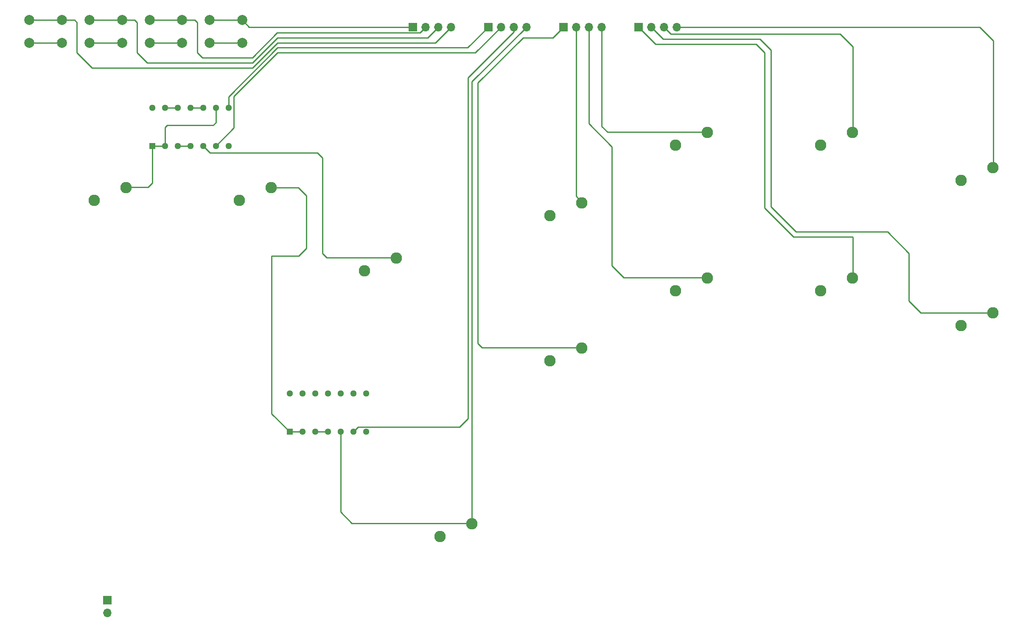
<source format=gbr>
%TF.GenerationSoftware,KiCad,Pcbnew,7.0.2*%
%TF.CreationDate,2023-06-12T14:04:59-07:00*%
%TF.ProjectId,DS5,4453352e-6b69-4636-9164-5f7063625858,rev?*%
%TF.SameCoordinates,Original*%
%TF.FileFunction,Copper,L1,Top*%
%TF.FilePolarity,Positive*%
%FSLAX46Y46*%
G04 Gerber Fmt 4.6, Leading zero omitted, Abs format (unit mm)*
G04 Created by KiCad (PCBNEW 7.0.2) date 2023-06-12 14:04:59*
%MOMM*%
%LPD*%
G01*
G04 APERTURE LIST*
%TA.AperFunction,ComponentPad*%
%ADD10C,2.286000*%
%TD*%
%TA.AperFunction,ComponentPad*%
%ADD11R,1.700000X1.700000*%
%TD*%
%TA.AperFunction,ComponentPad*%
%ADD12O,1.700000X1.700000*%
%TD*%
%TA.AperFunction,ComponentPad*%
%ADD13R,1.295400X1.295400*%
%TD*%
%TA.AperFunction,ComponentPad*%
%ADD14C,1.295400*%
%TD*%
%TA.AperFunction,ComponentPad*%
%ADD15C,2.000000*%
%TD*%
%TA.AperFunction,Conductor*%
%ADD16C,0.250000*%
%TD*%
G04 APERTURE END LIST*
D10*
%TO.P,Triangle,2*%
%TO.N,GND*%
X151400000Y-46460000D03*
%TO.P,Triangle,1*%
%TO.N,/\u25B3*%
X157750000Y-43920000D03*
%TD*%
%TO.P,Square,2*%
%TO.N,GND*%
X126400000Y-60460000D03*
%TO.P,Square,1*%
%TO.N,/\u25A1*%
X132750000Y-57920000D03*
%TD*%
%TO.P,R2,2*%
%TO.N,GND*%
X180400000Y-75460000D03*
%TO.P,R2,1*%
%TO.N,/R2*%
X186750000Y-72920000D03*
%TD*%
%TO.P,R1,1*%
%TO.N,/R1*%
X186750000Y-43920000D03*
%TO.P,R1,2*%
%TO.N,GND*%
X180400000Y-46460000D03*
%TD*%
%TO.P,L2,2*%
%TO.N,GND*%
X208400000Y-82460000D03*
%TO.P,L2,1*%
%TO.N,/L2*%
X214750000Y-79920000D03*
%TD*%
%TO.P,L1,2*%
%TO.N,GND*%
X208400000Y-53460000D03*
%TO.P,L1,1*%
%TO.N,/L1*%
X214750000Y-50920000D03*
%TD*%
%TO.P,DU1,1*%
%TO.N,/Up*%
X110750000Y-121920000D03*
%TO.P,DU1,2*%
%TO.N,GND*%
X104400000Y-124460000D03*
%TD*%
%TO.P,Right,1*%
%TO.N,Net-(Neutral1-2B)*%
X95750000Y-68920000D03*
%TO.P,Right,2*%
%TO.N,GND*%
X89400000Y-71460000D03*
%TD*%
%TO.P,Left,1*%
%TO.N,Net-(Neutral1-1A)*%
X41750000Y-54920000D03*
%TO.P,Left,2*%
%TO.N,GND*%
X35400000Y-57460000D03*
%TD*%
%TO.P,Down,1*%
%TO.N,Net-(UpPrio1-1A)*%
X70750000Y-54920000D03*
%TO.P,Down,2*%
%TO.N,GND*%
X64400000Y-57460000D03*
%TD*%
%TO.P,Cross,2*%
%TO.N,GND*%
X126400000Y-89460000D03*
%TO.P,Cross,1*%
%TO.N,/X*%
X132750000Y-86920000D03*
%TD*%
%TO.P,Circle,1*%
%TO.N,/O*%
X157750000Y-72920000D03*
%TO.P,Circle,2*%
%TO.N,GND*%
X151400000Y-75460000D03*
%TD*%
D11*
%TO.P,Battery,1,+*%
%TO.N,/5V*%
X38100000Y-137160000D03*
D12*
%TO.P,Battery,2,-*%
%TO.N,GND*%
X38100000Y-139700000D03*
%TD*%
D13*
%TO.P,Left+Right,1,1A*%
%TO.N,Net-(Neutral1-1A)*%
X47000000Y-46620000D03*
D14*
%TO.P,Left+Right,2,1B*%
X49540000Y-46620000D03*
%TO.P,Left+Right,3,1Y*%
%TO.N,Net-(Neutral1-1Y)*%
X52080000Y-46620000D03*
%TO.P,Left+Right,4,2A*%
X54620000Y-46620000D03*
%TO.P,Left+Right,5,2B*%
%TO.N,Net-(Neutral1-2B)*%
X57160000Y-46620000D03*
%TO.P,Left+Right,6,2Y*%
%TO.N,/Left*%
X59700000Y-46620000D03*
%TO.P,Left+Right,7,GND*%
%TO.N,GND*%
X62240000Y-46620000D03*
%TO.P,Left+Right,8,3Y*%
%TO.N,/Right*%
X62240000Y-39000000D03*
%TO.P,Left+Right,9,3A*%
%TO.N,Net-(Neutral1-1A)*%
X59700000Y-39000000D03*
%TO.P,Left+Right,10,3B*%
%TO.N,Net-(Neutral1-3B)*%
X57160000Y-39000000D03*
%TO.P,Left+Right,11,4Y*%
X54620000Y-39000000D03*
%TO.P,Left+Right,12,4A*%
%TO.N,Net-(Neutral1-2B)*%
X52080000Y-39000000D03*
%TO.P,Left+Right,13,4B*%
X49540000Y-39000000D03*
%TO.P,Left+Right,14,VCC*%
%TO.N,/5V*%
X47000000Y-39000000D03*
%TD*%
D11*
%TO.P,Shoulder,1,Pin_1*%
%TO.N,/R2*%
X144060000Y-22860000D03*
D12*
%TO.P,Shoulder,2,Pin_2*%
%TO.N,/L2*%
X146600000Y-22860000D03*
%TO.P,Shoulder,3,Pin_3*%
%TO.N,/R1*%
X149140000Y-22860000D03*
%TO.P,Shoulder,4,Pin_4*%
%TO.N,/L1*%
X151680000Y-22860000D03*
%TD*%
%TO.P,DPad1,4,Pin_4*%
%TO.N,/Up*%
X121680000Y-22860000D03*
%TO.P,DPad1,3,Pin_3*%
%TO.N,/Down*%
X119140000Y-22860000D03*
%TO.P,DPad1,2,Pin_2*%
%TO.N,/Left*%
X116600000Y-22860000D03*
D11*
%TO.P,DPad1,1,Pin_1*%
%TO.N,/Right*%
X114060000Y-22860000D03*
%TD*%
D13*
%TO.P,Up+Down,1,1A*%
%TO.N,Net-(UpPrio1-1A)*%
X74460000Y-103620000D03*
D14*
%TO.P,Up+Down,2,1B*%
X77000000Y-103620000D03*
%TO.P,Up+Down,3,1Y*%
%TO.N,Net-(UpPrio1-1Y)*%
X79540000Y-103620000D03*
%TO.P,Up+Down,4,2A*%
X82080000Y-103620000D03*
%TO.P,Up+Down,5,2B*%
%TO.N,/Up*%
X84620000Y-103620000D03*
%TO.P,Up+Down,6,2Y*%
%TO.N,/Down*%
X87160000Y-103620000D03*
%TO.P,Up+Down,7,GND*%
%TO.N,GND*%
X89700000Y-103620000D03*
%TO.P,Up+Down,8,3Y*%
%TO.N,unconnected-(UpPrio1-3Y-Pad8)*%
X89700000Y-96000000D03*
%TO.P,Up+Down,9,3A*%
%TO.N,unconnected-(UpPrio1-3A-Pad9)*%
X87160000Y-96000000D03*
%TO.P,Up+Down,10,3B*%
%TO.N,unconnected-(UpPrio1-3B-Pad10)*%
X84620000Y-96000000D03*
%TO.P,Up+Down,11,4Y*%
%TO.N,unconnected-(UpPrio1-4Y-Pad11)*%
X82080000Y-96000000D03*
%TO.P,Up+Down,12,4A*%
%TO.N,unconnected-(UpPrio1-4A-Pad12)*%
X79540000Y-96000000D03*
%TO.P,Up+Down,13,4B*%
%TO.N,unconnected-(UpPrio1-4B-Pad13)*%
X77000000Y-96000000D03*
%TO.P,Up+Down,14,VCC*%
%TO.N,/5V*%
X74460000Y-96000000D03*
%TD*%
D15*
%TO.P,SHARE1,1*%
%TO.N,/Share*%
X46500000Y-21500000D03*
X53000000Y-21500000D03*
%TO.P,SHARE1,2*%
%TO.N,GND*%
X46500000Y-26000000D03*
X53000000Y-26000000D03*
%TD*%
%TO.P,TOUCH1,1*%
%TO.N,/Touch*%
X58500000Y-21500000D03*
X65000000Y-21500000D03*
%TO.P,TOUCH1,2*%
%TO.N,GND*%
X58500000Y-26000000D03*
X65000000Y-26000000D03*
%TD*%
%TO.P,OPTION1,1*%
%TO.N,/Option*%
X34500000Y-21500000D03*
X41000000Y-21500000D03*
%TO.P,OPTION1,2*%
%TO.N,GND*%
X34500000Y-26000000D03*
X41000000Y-26000000D03*
%TD*%
D11*
%TO.P,Face,1,Pin_1*%
%TO.N,/X*%
X129060000Y-22860000D03*
D12*
%TO.P,Face,2,Pin_2*%
%TO.N,/\u25A1*%
X131600000Y-22860000D03*
%TO.P,Face,3,Pin_3*%
%TO.N,/O*%
X134140000Y-22860000D03*
%TO.P,Face,4,Pin_4*%
%TO.N,/\u25B3*%
X136680000Y-22860000D03*
%TD*%
D15*
%TO.P,PS1,1*%
%TO.N,/PS*%
X22500000Y-21500000D03*
X29000000Y-21500000D03*
%TO.P,PS1,2*%
%TO.N,GND*%
X22500000Y-26000000D03*
X29000000Y-26000000D03*
%TD*%
D11*
%TO.P,Side,1,Pin_1*%
%TO.N,/Touch*%
X99060000Y-22860000D03*
D12*
%TO.P,Side,2,Pin_2*%
%TO.N,/Share*%
X101600000Y-22860000D03*
%TO.P,Side,3,Pin_3*%
%TO.N,/Option*%
X104140000Y-22860000D03*
%TO.P,Side,4,Pin_4*%
%TO.N,/PS*%
X106680000Y-22860000D03*
%TD*%
D16*
%TO.N,Net-(UpPrio1-1A)*%
X77750000Y-67000000D02*
X76250000Y-68500000D01*
X76170000Y-54920000D02*
X77750000Y-56500000D01*
X77750000Y-56500000D02*
X77750000Y-67000000D01*
X70750000Y-54920000D02*
X76170000Y-54920000D01*
X76250000Y-68500000D02*
X70830918Y-68500000D01*
X70830918Y-68500000D02*
X70830918Y-99990918D01*
%TO.N,Net-(Neutral1-1A)*%
X41830918Y-54852313D02*
X46147687Y-54852313D01*
X46147687Y-54852313D02*
X47000000Y-54000000D01*
%TO.N,GND*%
X46500000Y-26000000D02*
X53000000Y-26000000D01*
X22500000Y-26000000D02*
X29000000Y-26000000D01*
X34500000Y-26000000D02*
X41000000Y-26000000D01*
X58500000Y-26000000D02*
X65000000Y-26000000D01*
%TO.N,/Up*%
X110830918Y-121852313D02*
X110830918Y-33709082D01*
X84620000Y-103620000D02*
X84620000Y-119620000D01*
X84620000Y-119620000D02*
X86852313Y-121852313D01*
X110830918Y-33709082D02*
X121680000Y-22860000D01*
X86852313Y-121852313D02*
X110830918Y-121852313D01*
%TO.N,/Down*%
X110000000Y-101000000D02*
X110000000Y-33000000D01*
X88132700Y-102647300D02*
X108352700Y-102647300D01*
X87160000Y-103620000D02*
X88132700Y-102647300D01*
X119140000Y-23860000D02*
X119140000Y-22860000D01*
X108352700Y-102647300D02*
X110000000Y-101000000D01*
X110000000Y-33000000D02*
X119140000Y-23860000D01*
%TO.N,/Left*%
X63318198Y-36681802D02*
X72000000Y-28000000D01*
X59700000Y-46620000D02*
X63318198Y-43001802D01*
X72000000Y-28000000D02*
X111460000Y-28000000D01*
X111460000Y-28000000D02*
X116600000Y-22860000D01*
X63318198Y-43001802D02*
X63318198Y-36681802D01*
%TO.N,/Right*%
X72000000Y-27000000D02*
X62240000Y-36760000D01*
X62240000Y-37240000D02*
X62240000Y-39000000D01*
X62240000Y-36760000D02*
X62240000Y-37240000D01*
X114060000Y-22860000D02*
X109920000Y-27000000D01*
X109920000Y-27000000D02*
X72000000Y-27000000D01*
%TO.N,Net-(UpPrio1-1A)*%
X74460000Y-103620000D02*
X77000000Y-103620000D01*
X70830918Y-99990918D02*
X74460000Y-103620000D01*
%TO.N,Net-(Neutral1-1A)*%
X47000000Y-54000000D02*
X47000000Y-46620000D01*
X59700000Y-41960000D02*
X59180000Y-42480000D01*
X47000000Y-46620000D02*
X49540000Y-46620000D01*
X59700000Y-39000000D02*
X59700000Y-41960000D01*
X49980000Y-42480000D02*
X49540000Y-42920000D01*
X59180000Y-42480000D02*
X49980000Y-42480000D01*
X49540000Y-42920000D02*
X49540000Y-46620000D01*
%TO.N,Net-(Neutral1-2B)*%
X81000000Y-68000000D02*
X81000000Y-49000000D01*
X58540000Y-48000000D02*
X57160000Y-46620000D01*
X81000000Y-49000000D02*
X80000000Y-48000000D01*
X81852313Y-68852313D02*
X81000000Y-68000000D01*
X49540000Y-39000000D02*
X52080000Y-39000000D01*
X95830918Y-68852313D02*
X81852313Y-68852313D01*
X80000000Y-48000000D02*
X58540000Y-48000000D01*
%TO.N,Net-(Neutral1-1Y)*%
X52080000Y-46620000D02*
X54620000Y-46620000D01*
%TO.N,Net-(Neutral1-3B)*%
X54620000Y-39000000D02*
X57160000Y-39000000D01*
%TO.N,Net-(UpPrio1-1Y)*%
X79540000Y-103620000D02*
X82080000Y-103620000D01*
%TO.N,/O*%
X138750000Y-70500000D02*
X141102313Y-72852313D01*
X138750000Y-46750000D02*
X138750000Y-70500000D01*
X134140000Y-22860000D02*
X134140000Y-42140000D01*
X134140000Y-42140000D02*
X138750000Y-46750000D01*
X141102313Y-72852313D02*
X157830918Y-72852313D01*
%TO.N,/X*%
X132830918Y-86852313D02*
X112852313Y-86852313D01*
X112000000Y-86000000D02*
X112000000Y-34000000D01*
X112000000Y-34000000D02*
X121000000Y-25000000D01*
X121000000Y-25000000D02*
X126920000Y-25000000D01*
X126920000Y-25000000D02*
X129060000Y-22860000D01*
X112852313Y-86852313D02*
X112000000Y-86000000D01*
%TO.N,/\u25B3*%
X136680000Y-42680000D02*
X137852313Y-43852313D01*
X136680000Y-22860000D02*
X136680000Y-42680000D01*
X137852313Y-43852313D02*
X157830918Y-43852313D01*
%TO.N,/\u25A1*%
X131600000Y-56621395D02*
X132830918Y-57852313D01*
X131600000Y-22860000D02*
X131600000Y-56621395D01*
%TO.N,/L1*%
X151680000Y-22860000D02*
X212110000Y-22860000D01*
X212110000Y-22860000D02*
X214830918Y-25580918D01*
X214830918Y-25580918D02*
X214830918Y-50852313D01*
%TO.N,/L2*%
X148990000Y-25250000D02*
X168250000Y-25250000D01*
X175500000Y-63750000D02*
X193750000Y-63750000D01*
X168250000Y-25250000D02*
X170500000Y-27500000D01*
X146600000Y-22860000D02*
X148990000Y-25250000D01*
X170500000Y-27500000D02*
X170500000Y-58750000D01*
X198000000Y-68000000D02*
X198000000Y-77500000D01*
X198000000Y-77500000D02*
X200352313Y-79852313D01*
X170500000Y-58750000D02*
X175500000Y-63750000D01*
X200352313Y-79852313D02*
X214830918Y-79852313D01*
X193750000Y-63750000D02*
X198000000Y-68000000D01*
%TO.N,/Option*%
X46000000Y-30000000D02*
X67000000Y-30000000D01*
X43500000Y-21500000D02*
X44000000Y-22000000D01*
X72000000Y-25000000D02*
X102000000Y-25000000D01*
X41000000Y-21500000D02*
X43500000Y-21500000D01*
X102000000Y-25000000D02*
X104140000Y-22860000D01*
X67000000Y-30000000D02*
X72000000Y-25000000D01*
X34500000Y-21500000D02*
X41000000Y-21500000D01*
X44000000Y-22000000D02*
X44000000Y-28000000D01*
X44000000Y-28000000D02*
X46000000Y-30000000D01*
%TO.N,/R1*%
X186830918Y-26830918D02*
X186830918Y-43852313D01*
X184250000Y-24250000D02*
X186830918Y-26830918D01*
X150530000Y-24250000D02*
X184250000Y-24250000D01*
X149140000Y-22860000D02*
X150530000Y-24250000D01*
%TO.N,/R2*%
X186830918Y-72852313D02*
X186830918Y-64830918D01*
X147450000Y-26250000D02*
X144060000Y-22860000D01*
X169250000Y-59000000D02*
X169250000Y-28000000D01*
X175000000Y-64750000D02*
X169250000Y-59000000D01*
X186830918Y-64830918D02*
X186750000Y-64750000D01*
X169250000Y-28000000D02*
X167500000Y-26250000D01*
X186750000Y-64750000D02*
X175000000Y-64750000D01*
X167500000Y-26250000D02*
X147450000Y-26250000D01*
%TO.N,/Share*%
X56000000Y-28000000D02*
X57000000Y-29000000D01*
X67000000Y-29000000D02*
X71965000Y-24035000D01*
X56000000Y-22000000D02*
X56000000Y-28000000D01*
X100425000Y-24035000D02*
X101600000Y-22860000D01*
X71965000Y-24035000D02*
X72000000Y-24035000D01*
X72000000Y-24035000D02*
X100425000Y-24035000D01*
X46500000Y-21500000D02*
X53000000Y-21500000D01*
X55500000Y-21500000D02*
X56000000Y-22000000D01*
X53000000Y-21500000D02*
X55500000Y-21500000D01*
X57000000Y-29000000D02*
X67000000Y-29000000D01*
%TO.N,/Touch*%
X58500000Y-21500000D02*
X65000000Y-21500000D01*
X66360000Y-22860000D02*
X99060000Y-22860000D01*
X65000000Y-21500000D02*
X66360000Y-22860000D01*
%TO.N,/PS*%
X22500000Y-21500000D02*
X29000000Y-21500000D01*
X29000000Y-21500000D02*
X31500000Y-21500000D01*
X67000000Y-31000000D02*
X72000000Y-26000000D01*
X35000000Y-31000000D02*
X67000000Y-31000000D01*
X103540000Y-26000000D02*
X106680000Y-22860000D01*
X72000000Y-26000000D02*
X103540000Y-26000000D01*
X32000000Y-22000000D02*
X32000000Y-28000000D01*
X31500000Y-21500000D02*
X32000000Y-22000000D01*
X32000000Y-28000000D02*
X35000000Y-31000000D01*
%TD*%
M02*

</source>
